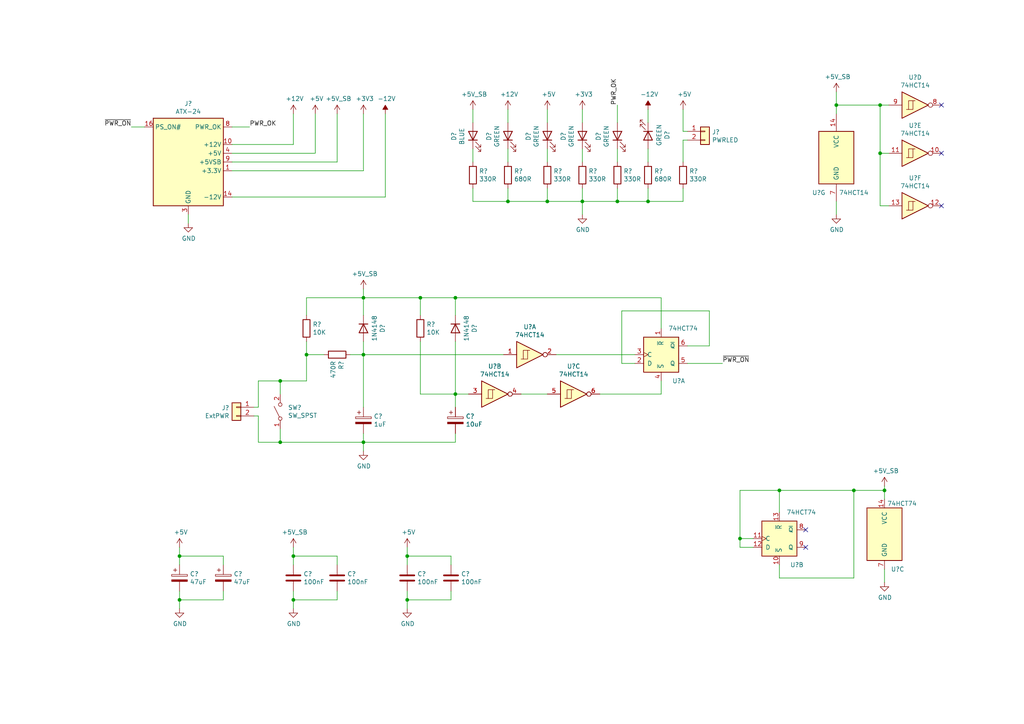
<source format=kicad_sch>
(kicad_sch (version 20211123) (generator eeschema)
  (paper "A4")
  (lib_symbols
    (symbol "74xx:74LS14" (pin_names (offset 1.016))
      (property "Reference" "U" (at 0 1.27 0))
      (property "Value" "74LS14" (at 0 -1.27 0))
      (symbol "74LS14_1_0"
        (polyline (pts (xy -3.81 3.81) (xy -3.81 -3.81) (xy 3.81 0) (xy -3.81 3.81)) (stroke (width 0.254)) (fill (type background)))
        (pin input line (at -7.62 0 0) (length 3.81) (name "~") (number "1"))
        (pin output inverted (at 7.62 0 180) (length 3.81) (name "~") (number "2"))
      )
      (symbol "74LS14_1_1"
        (polyline (pts (xy -1.905 -1.27) (xy -1.905 1.27) (xy -0.635 1.27)))
        (polyline (pts (xy -2.54 -1.27) (xy -0.635 -1.27) (xy -0.635 1.27) (xy 0 1.27)))
      )
      (symbol "74LS14_2_0"
        (polyline (pts (xy -3.81 3.81) (xy -3.81 -3.81) (xy 3.81 0) (xy -3.81 3.81)) (stroke (width 0.254)) (fill (type background)))
        (pin input line (at -7.62 0 0) (length 3.81) (name "~") (number "3"))
        (pin output inverted (at 7.62 0 180) (length 3.81) (name "~") (number "4"))
      )
      (symbol "74LS14_2_1"
        (polyline (pts (xy -1.905 -1.27) (xy -1.905 1.27) (xy -0.635 1.27)))
        (polyline (pts (xy -2.54 -1.27) (xy -0.635 -1.27) (xy -0.635 1.27) (xy 0 1.27)))
      )
      (symbol "74LS14_3_0"
        (polyline (pts (xy -3.81 3.81) (xy -3.81 -3.81) (xy 3.81 0) (xy -3.81 3.81)) (stroke (width 0.254)) (fill (type background)))
        (pin input line (at -7.62 0 0) (length 3.81) (name "~") (number "5"))
        (pin output inverted (at 7.62 0 180) (length 3.81) (name "~") (number "6"))
      )
      (symbol "74LS14_3_1"
        (polyline (pts (xy -1.905 -1.27) (xy -1.905 1.27) (xy -0.635 1.27)))
        (polyline (pts (xy -2.54 -1.27) (xy -0.635 -1.27) (xy -0.635 1.27) (xy 0 1.27)))
      )
      (symbol "74LS14_4_0"
        (polyline (pts (xy -3.81 3.81) (xy -3.81 -3.81) (xy 3.81 0) (xy -3.81 3.81)) (stroke (width 0.254)) (fill (type background)))
        (pin output inverted (at 7.62 0 180) (length 3.81) (name "~") (number "8"))
        (pin input line (at -7.62 0 0) (length 3.81) (name "~") (number "9"))
      )
      (symbol "74LS14_4_1"
        (polyline (pts (xy -1.905 -1.27) (xy -1.905 1.27) (xy -0.635 1.27)))
        (polyline (pts (xy -2.54 -1.27) (xy -0.635 -1.27) (xy -0.635 1.27) (xy 0 1.27)))
      )
      (symbol "74LS14_5_0"
        (polyline (pts (xy -3.81 3.81) (xy -3.81 -3.81) (xy 3.81 0) (xy -3.81 3.81)) (stroke (width 0.254)) (fill (type background)))
        (pin output inverted (at 7.62 0 180) (length 3.81) (name "~") (number "10"))
        (pin input line (at -7.62 0 0) (length 3.81) (name "~") (number "11"))
      )
      (symbol "74LS14_5_1"
        (polyline (pts (xy -1.905 -1.27) (xy -1.905 1.27) (xy -0.635 1.27)))
        (polyline (pts (xy -2.54 -1.27) (xy -0.635 -1.27) (xy -0.635 1.27) (xy 0 1.27)))
      )
      (symbol "74LS14_6_0"
        (polyline (pts (xy -3.81 3.81) (xy -3.81 -3.81) (xy 3.81 0) (xy -3.81 3.81)) (stroke (width 0.254)) (fill (type background)))
        (pin output inverted (at 7.62 0 180) (length 3.81) (name "~") (number "12"))
        (pin input line (at -7.62 0 0) (length 3.81) (name "~") (number "13"))
      )
      (symbol "74LS14_6_1"
        (polyline (pts (xy -1.905 -1.27) (xy -1.905 1.27) (xy -0.635 1.27)))
        (polyline (pts (xy -2.54 -1.27) (xy -0.635 -1.27) (xy -0.635 1.27) (xy 0 1.27)))
      )
      (symbol "74LS14_7_0"
        (pin power_in line (at 0 12.7 270) (length 5.08) (name "VCC") (number "14"))
        (pin power_in line (at 0 -12.7 90) (length 5.08) (name "GND") (number "7"))
      )
      (symbol "74LS14_7_1"
        (rectangle (start -5.08 7.62) (end 5.08 -7.62) (stroke (width 0.254)) (fill (type background)))
      )
    )
    (symbol "74xx:74LS74" (pin_names (offset 1.016))
      (property "Reference" "U" (at -7.62 8.89 0))
      (property "Value" "74LS74" (at -7.62 -8.89 0))
      (symbol "74LS74_1_0"
        (pin input line (at 0 -7.62 90) (length 2.54) (name "~{R}") (number "1"))
        (pin input line (at -7.62 2.54 0) (length 2.54) (name "D") (number "2"))
        (pin input clock (at -7.62 0 0) (length 2.54) (name "C") (number "3"))
        (pin input line (at 0 7.62 270) (length 2.54) (name "~{S}") (number "4"))
        (pin output line (at 7.62 2.54 180) (length 2.54) (name "Q") (number "5"))
        (pin output line (at 7.62 -2.54 180) (length 2.54) (name "~{Q}") (number "6"))
      )
      (symbol "74LS74_1_1"
        (rectangle (start -5.08 5.08) (end 5.08 -5.08) (stroke (width 0.254)) (fill (type background)))
      )
      (symbol "74LS74_2_0"
        (pin input line (at 0 7.62 270) (length 2.54) (name "~{S}") (number "10"))
        (pin input clock (at -7.62 0 0) (length 2.54) (name "C") (number "11"))
        (pin input line (at -7.62 2.54 0) (length 2.54) (name "D") (number "12"))
        (pin input line (at 0 -7.62 90) (length 2.54) (name "~{R}") (number "13"))
        (pin output line (at 7.62 -2.54 180) (length 2.54) (name "~{Q}") (number "8"))
        (pin output line (at 7.62 2.54 180) (length 2.54) (name "Q") (number "9"))
      )
      (symbol "74LS74_2_1"
        (rectangle (start -5.08 5.08) (end 5.08 -5.08) (stroke (width 0.254)) (fill (type background)))
      )
      (symbol "74LS74_3_0"
        (pin power_in line (at 0 10.16 270) (length 2.54) (name "VCC") (number "14"))
        (pin power_in line (at 0 -10.16 90) (length 2.54) (name "GND") (number "7"))
      )
      (symbol "74LS74_3_1"
        (rectangle (start -5.08 7.62) (end 5.08 -7.62) (stroke (width 0.254)) (fill (type background)))
      )
    )
    (symbol "Connector_Generic:Conn_01x02" (pin_names (offset 1.016) hide)
      (property "Reference" "J" (at 0 2.54 0))
      (property "Value" "Conn_01x02" (at 0 -5.08 0))
      (symbol "Conn_01x02_1_1"
        (rectangle (start -1.27 -2.413) (end 0 -2.667) (stroke (width 0.1524)))
        (rectangle (start -1.27 0.127) (end 0 -0.127) (stroke (width 0.1524)))
        (rectangle (start -1.27 1.27) (end 1.27 -3.81) (stroke (width 0.254)) (fill (type background)))
        (pin passive line (at -5.08 0 0) (length 3.81) (name "Pin_1") (number "1"))
        (pin passive line (at -5.08 -2.54 0) (length 3.81) (name "Pin_2") (number "2"))
      )
    )
    (symbol "Ddraig:+5V_SB" (power) (pin_names (offset 0))
      (property "Value" "+5V_SB" (at 0 3.556 0))
      (symbol "+5V_SB_0_1"
        (polyline (pts (xy -0.762 1.27) (xy 0 2.54)))
        (polyline (pts (xy 0 0) (xy 0 2.54)))
        (polyline (pts (xy 0 2.54) (xy 0.762 1.27)))
      )
      (symbol "+5V_SB_1_1"
        (pin power_in line (at 0 0 90) (length 0) hide (name "+5V_SB") (number "1"))
      )
    )
    (symbol "Ddraig:ATX-24"
      (property "Reference" "J" (at -8.89 13.97 0))
      (property "Value" "ATX-24" (at 6.35 13.97 0))
      (symbol "ATX-24_0_1"
        (rectangle (start -10.16 12.7) (end 10.16 -12.7) (stroke (width 0.254)) (fill (type background)))
      )
      (symbol "ATX-24_1_1"
        (pin power_out line (at 12.7 -2.54 180) (length 2.54) (name "+3.3V") (number "1"))
        (pin power_out line (at 12.7 5.08 180) (length 2.54) (name "+12V") (number "10"))
        (pin passive line (at 12.7 5.08 180) (length 2.54) hide (name "+12V") (number "11"))
        (pin passive line (at 12.7 -2.54 180) (length 2.54) hide (name "+3.3V") (number "12"))
        (pin passive line (at 12.7 -2.54 180) (length 2.54) hide (name "+3.3V") (number "13"))
        (pin power_out line (at 12.7 -10.16 180) (length 2.54) (name "-12V") (number "14"))
        (pin passive line (at 0 -15.24 90) (length 2.54) hide (name "GND") (number "15"))
        (pin input line (at -12.7 10.16 0) (length 2.54) (name "PS_ON#") (number "16"))
        (pin passive line (at 0 -15.24 90) (length 2.54) hide (name "GND") (number "17"))
        (pin passive line (at 0 -15.24 90) (length 2.54) hide (name "GND") (number "18"))
        (pin passive line (at 0 -15.24 90) (length 2.54) hide (name "GND") (number "19"))
        (pin passive line (at 12.7 -2.54 180) (length 2.54) hide (name "+3.3V") (number "2"))
        (pin no_connect line (at -10.16 0 0) (length 2.54) hide (name "NC") (number "20"))
        (pin passive line (at 12.7 2.54 180) (length 2.54) hide (name "+5V") (number "21"))
        (pin passive line (at 12.7 2.54 180) (length 2.54) hide (name "+5V") (number "22"))
        (pin passive line (at 12.7 2.54 180) (length 2.54) hide (name "+5V") (number "23"))
        (pin passive line (at 0 -15.24 90) (length 2.54) hide (name "GND") (number "24"))
        (pin power_out line (at 0 -15.24 90) (length 2.54) (name "GND") (number "3"))
        (pin power_out line (at 12.7 2.54 180) (length 2.54) (name "+5V") (number "4"))
        (pin passive line (at 0 -15.24 90) (length 2.54) hide (name "GND") (number "5"))
        (pin passive line (at 12.7 2.54 180) (length 2.54) hide (name "+5V") (number "6"))
        (pin passive line (at 0 -15.24 90) (length 2.54) hide (name "GND") (number "7"))
        (pin output line (at 12.7 10.16 180) (length 2.54) (name "PWR_OK") (number "8"))
        (pin power_out line (at 12.7 0 180) (length 2.54) (name "+5VSB") (number "9"))
      )
    )
    (symbol "Device:C" (pin_numbers hide) (pin_names (offset 0.254))
      (property "Reference" "C" (at 0.635 2.54 0))
      (property "Value" "C" (at 0.635 -2.54 0))
      (symbol "C_0_1"
        (polyline (pts (xy -2.032 -0.762) (xy 2.032 -0.762)) (stroke (width 0.508)))
        (polyline (pts (xy -2.032 0.762) (xy 2.032 0.762)) (stroke (width 0.508)))
      )
      (symbol "C_1_1"
        (pin passive line (at 0 3.81 270) (length 2.794) (name "~") (number "1"))
        (pin passive line (at 0 -3.81 90) (length 2.794) (name "~") (number "2"))
      )
    )
    (symbol "Device:CP" (pin_numbers hide) (pin_names (offset 0.254))
      (property "Reference" "C" (at 0.635 2.54 0))
      (property "Value" "Device_CP" (at 0.635 -2.54 0))
      (symbol "CP_0_1"
        (rectangle (start -2.286 0.508) (end 2.286 1.016))
        (polyline (pts (xy -1.778 2.286) (xy -0.762 2.286)))
        (polyline (pts (xy -1.27 2.794) (xy -1.27 1.778)))
        (rectangle (start 2.286 -0.508) (end -2.286 -1.016) (fill (type outline)))
      )
      (symbol "CP_1_1"
        (pin passive line (at 0 3.81 270) (length 2.794) (name "~") (number "1"))
        (pin passive line (at 0 -3.81 90) (length 2.794) (name "~") (number "2"))
      )
    )
    (symbol "Device:LED" (pin_numbers hide) (pin_names (offset 1.016) hide)
      (property "Reference" "D" (at 0 2.54 0))
      (property "Value" "LED" (at 0 -2.54 0))
      (symbol "LED_0_1"
        (polyline (pts (xy -1.27 -1.27) (xy -1.27 1.27)) (stroke (width 0.254)))
        (polyline (pts (xy -1.27 0) (xy 1.27 0)))
        (polyline (pts (xy 1.27 -1.27) (xy 1.27 1.27) (xy -1.27 0) (xy 1.27 -1.27)) (stroke (width 0.254)))
        (polyline (pts (xy -3.048 -0.762) (xy -4.572 -2.286) (xy -3.81 -2.286) (xy -4.572 -2.286) (xy -4.572 -1.524)))
        (polyline (pts (xy -1.778 -0.762) (xy -3.302 -2.286) (xy -2.54 -2.286) (xy -3.302 -2.286) (xy -3.302 -1.524)))
      )
      (symbol "LED_1_1"
        (pin passive line (at -3.81 0 0) (length 2.54) (name "K") (number "1"))
        (pin passive line (at 3.81 0 180) (length 2.54) (name "A") (number "2"))
      )
    )
    (symbol "Device:R" (pin_numbers hide) (pin_names (offset 0))
      (property "Reference" "R" (at 2.032 0 90))
      (property "Value" "R" (at 0 0 90))
      (symbol "R_0_1"
        (rectangle (start -1.016 -2.54) (end 1.016 2.54) (stroke (width 0.254)))
      )
      (symbol "R_1_1"
        (pin passive line (at 0 3.81 270) (length 1.27) (name "~") (number "1"))
        (pin passive line (at 0 -3.81 90) (length 1.27) (name "~") (number "2"))
      )
    )
    (symbol "Diode:1N4148" (pin_numbers hide) (pin_names (offset 1.016) hide)
      (property "Reference" "D" (at 0 2.54 0))
      (property "Value" "1N4148" (at 0 -2.54 0))
      (symbol "1N4148_0_1"
        (polyline (pts (xy -1.27 1.27) (xy -1.27 -1.27)) (stroke (width 0.254)))
        (polyline (pts (xy 1.27 0) (xy -1.27 0)))
        (polyline (pts (xy 1.27 1.27) (xy 1.27 -1.27) (xy -1.27 0) (xy 1.27 1.27)) (stroke (width 0.254)))
      )
      (symbol "1N4148_1_1"
        (pin passive line (at -3.81 0 0) (length 2.54) (name "K") (number "1"))
        (pin passive line (at 3.81 0 180) (length 2.54) (name "A") (number "2"))
      )
    )
    (symbol "Switch:SW_SPST" (pin_names (offset 0) hide)
      (property "Reference" "SW" (at 0 3.175 0))
      (property "Value" "SW_SPST" (at 0 -2.54 0))
      (symbol "SW_SPST_0_0"
        (circle (center -2.032 0) (radius 0.508))
        (polyline (pts (xy -1.524 0.254) (xy 1.524 1.778)))
        (circle (center 2.032 0) (radius 0.508))
      )
      (symbol "SW_SPST_1_1"
        (pin passive line (at -5.08 0 0) (length 2.54) (name "A") (number "1"))
        (pin passive line (at 5.08 0 180) (length 2.54) (name "B") (number "2"))
      )
    )
    (symbol "power:+12V" (power) (pin_names (offset 0))
      (property "Value" "+12V" (at 0 3.556 0))
      (symbol "+12V_0_1"
        (polyline (pts (xy -0.762 1.27) (xy 0 2.54)))
        (polyline (pts (xy 0 0) (xy 0 2.54)))
        (polyline (pts (xy 0 2.54) (xy 0.762 1.27)))
      )
      (symbol "+12V_1_1"
        (pin power_in line (at 0 0 90) (length 0) hide (name "+12V") (number "1"))
      )
    )
    (symbol "power:+3.3V" (power) (pin_names (offset 0))
      (property "Value" "+3.3V" (at 0 3.556 0))
      (symbol "+3.3V_0_1"
        (polyline (pts (xy -0.762 1.27) (xy 0 2.54)))
        (polyline (pts (xy 0 0) (xy 0 2.54)))
        (polyline (pts (xy 0 2.54) (xy 0.762 1.27)))
      )
      (symbol "+3.3V_1_1"
        (pin power_in line (at 0 0 90) (length 0) hide (name "+3V3") (number "1"))
      )
    )
    (symbol "power:+5V" (power) (pin_names (offset 0))
      (property "Value" "+5V" (at 0 3.556 0))
      (symbol "+5V_0_1"
        (polyline (pts (xy -0.762 1.27) (xy 0 2.54)))
        (polyline (pts (xy 0 0) (xy 0 2.54)))
        (polyline (pts (xy 0 2.54) (xy 0.762 1.27)))
      )
      (symbol "+5V_1_1"
        (pin power_in line (at 0 0 90) (length 0) hide (name "+5V") (number "1"))
      )
    )
    (symbol "power:-12V" (power) (pin_names (offset 0))
      (property "Value" "-12V" (at 0 3.81 0))
      (symbol "-12V_0_0"
        (pin power_in line (at 0 0 90) (length 0) hide (name "-12V") (number "1"))
      )
      (symbol "-12V_0_1"
        (polyline (pts (xy 0 0) (xy 0 1.27) (xy 0.762 1.27) (xy 0 2.54) (xy -0.762 1.27) (xy 0 1.27)) (fill (type outline)))
      )
    )
    (symbol "power:GND" (power) (pin_names (offset 0))
      (property "Value" "GND" (at 0 -3.81 0))
      (symbol "GND_0_1"
        (polyline (pts (xy 0 0) (xy 0 -1.27) (xy 1.27 -1.27) (xy 0 -2.54) (xy -1.27 -1.27) (xy 0 -1.27)))
      )
      (symbol "GND_1_1"
        (pin power_in line (at 0 0 270) (length 0) hide (name "GND") (number "1"))
      )
    )
  )
  (junction (at 168.91 58.42))
  (junction (at 105.41 128.27))
  (junction (at 255.27 30.48))
  (junction (at 118.11 161.29))
  (junction (at 52.07 161.29))
  (junction (at 52.07 173.99))
  (junction (at 242.57 30.48))
  (junction (at 132.08 114.3))
  (junction (at 179.07 58.42))
  (junction (at 214.63 156.21))
  (junction (at 147.32 58.42))
  (junction (at 88.9 102.87))
  (junction (at 118.11 173.99))
  (junction (at 256.54 142.24))
  (junction (at 247.65 142.24))
  (junction (at 81.28 110.49))
  (junction (at 158.75 58.42))
  (junction (at 226.06 142.24))
  (junction (at 85.09 173.99))
  (junction (at 187.96 58.42))
  (junction (at 132.08 86.36))
  (junction (at 105.41 86.36))
  (junction (at 255.27 44.45))
  (junction (at 85.09 161.29))
  (junction (at 121.92 86.36))
  (junction (at 81.28 128.27))
  (junction (at 105.41 102.87))
  (no_connect (at 233.68 153.67))
  (no_connect (at 273.05 59.69))
  (no_connect (at 273.05 30.48))
  (no_connect (at 233.68 158.75))
  (no_connect (at 273.05 44.45))
  (wire (pts (xy 88.9 102.87) (xy 88.9 110.49)))
  (wire (pts (xy 168.91 46.99) (xy 168.91 43.18)))
  (wire (pts (xy 132.08 114.3) (xy 132.08 118.11)))
  (wire (pts (xy 97.79 46.99) (xy 97.79 33.02)))
  (wire (pts (xy 199.39 105.41) (xy 209.55 105.41)))
  (wire (pts (xy 205.74 100.33) (xy 205.74 90.17)))
  (wire (pts (xy 74.93 120.65) (xy 74.93 128.27)))
  (wire (pts (xy 242.57 33.02) (xy 242.57 30.48)))
  (wire (pts (xy 52.07 161.29) (xy 52.07 158.75)))
  (wire (pts (xy 179.07 43.18) (xy 179.07 46.99)))
  (wire (pts (xy 88.9 86.36) (xy 88.9 91.44)))
  (wire (pts (xy 105.41 128.27) (xy 132.08 128.27)))
  (wire (pts (xy 67.31 36.83) (xy 72.39 36.83)))
  (wire (pts (xy 168.91 62.23) (xy 168.91 58.42)))
  (wire (pts (xy 147.32 58.42) (xy 158.75 58.42)))
  (wire (pts (xy 158.75 54.61) (xy 158.75 58.42)))
  (wire (pts (xy 198.12 58.42) (xy 198.12 54.61)))
  (wire (pts (xy 168.91 58.42) (xy 179.07 58.42)))
  (wire (pts (xy 85.09 173.99) (xy 85.09 171.45)))
  (wire (pts (xy 199.39 40.64) (xy 198.12 40.64)))
  (wire (pts (xy 179.07 58.42) (xy 187.96 58.42)))
  (wire (pts (xy 118.11 163.83) (xy 118.11 161.29)))
  (wire (pts (xy 256.54 140.97) (xy 256.54 142.24)))
  (wire (pts (xy 147.32 43.18) (xy 147.32 46.99)))
  (wire (pts (xy 118.11 161.29) (xy 118.11 158.75)))
  (wire (pts (xy 214.63 158.75) (xy 218.44 158.75)))
  (wire (pts (xy 74.93 128.27) (xy 81.28 128.27)))
  (wire (pts (xy 118.11 173.99) (xy 130.81 173.99)))
  (wire (pts (xy 54.61 64.77) (xy 54.61 62.23)))
  (wire (pts (xy 121.92 114.3) (xy 121.92 99.06)))
  (wire (pts (xy 199.39 38.1) (xy 198.12 38.1)))
  (wire (pts (xy 135.89 114.3) (xy 132.08 114.3)))
  (wire (pts (xy 52.07 161.29) (xy 64.77 161.29)))
  (wire (pts (xy 179.07 54.61) (xy 179.07 58.42)))
  (wire (pts (xy 67.31 46.99) (xy 97.79 46.99)))
  (wire (pts (xy 226.06 167.64) (xy 247.65 167.64)))
  (wire (pts (xy 151.13 114.3) (xy 158.75 114.3)))
  (wire (pts (xy 198.12 38.1) (xy 198.12 31.75)))
  (wire (pts (xy 137.16 31.75) (xy 137.16 35.56)))
  (wire (pts (xy 97.79 173.99) (xy 97.79 171.45)))
  (wire (pts (xy 105.41 102.87) (xy 105.41 118.11)))
  (wire (pts (xy 118.11 176.53) (xy 118.11 173.99)))
  (wire (pts (xy 105.41 86.36) (xy 88.9 86.36)))
  (wire (pts (xy 74.93 118.11) (xy 74.93 110.49)))
  (wire (pts (xy 73.66 118.11) (xy 74.93 118.11)))
  (wire (pts (xy 85.09 163.83) (xy 85.09 161.29)))
  (wire (pts (xy 205.74 90.17) (xy 180.34 90.17)))
  (wire (pts (xy 81.28 124.46) (xy 81.28 128.27)))
  (wire (pts (xy 255.27 30.48) (xy 255.27 44.45)))
  (wire (pts (xy 256.54 142.24) (xy 256.54 144.78)))
  (wire (pts (xy 85.09 161.29) (xy 97.79 161.29)))
  (wire (pts (xy 256.54 165.1) (xy 256.54 168.91)))
  (wire (pts (xy 168.91 54.61) (xy 168.91 58.42)))
  (wire (pts (xy 214.63 156.21) (xy 214.63 158.75)))
  (wire (pts (xy 180.34 90.17) (xy 180.34 105.41)))
  (wire (pts (xy 91.44 44.45) (xy 91.44 33.02)))
  (wire (pts (xy 52.07 173.99) (xy 64.77 173.99)))
  (wire (pts (xy 158.75 31.75) (xy 158.75 35.56)))
  (wire (pts (xy 180.34 105.41) (xy 184.15 105.41)))
  (wire (pts (xy 242.57 62.23) (xy 242.57 58.42)))
  (wire (pts (xy 137.16 54.61) (xy 137.16 58.42)))
  (wire (pts (xy 97.79 161.29) (xy 97.79 163.83)))
  (wire (pts (xy 179.07 35.56) (xy 179.07 30.48)))
  (wire (pts (xy 73.66 120.65) (xy 74.93 120.65)))
  (wire (pts (xy 105.41 86.36) (xy 105.41 91.44)))
  (wire (pts (xy 247.65 167.64) (xy 247.65 142.24)))
  (wire (pts (xy 118.11 161.29) (xy 130.81 161.29)))
  (wire (pts (xy 105.41 125.73) (xy 105.41 128.27)))
  (wire (pts (xy 187.96 46.99) (xy 187.96 43.18)))
  (wire (pts (xy 147.32 35.56) (xy 147.32 31.75)))
  (wire (pts (xy 52.07 163.83) (xy 52.07 161.29)))
  (wire (pts (xy 132.08 86.36) (xy 191.77 86.36)))
  (wire (pts (xy 121.92 91.44) (xy 121.92 86.36)))
  (wire (pts (xy 85.09 176.53) (xy 85.09 173.99)))
  (wire (pts (xy 187.96 58.42) (xy 198.12 58.42)))
  (wire (pts (xy 214.63 142.24) (xy 214.63 156.21)))
  (wire (pts (xy 118.11 173.99) (xy 118.11 171.45)))
  (wire (pts (xy 137.16 58.42) (xy 147.32 58.42)))
  (wire (pts (xy 255.27 30.48) (xy 257.81 30.48)))
  (wire (pts (xy 81.28 128.27) (xy 105.41 128.27)))
  (wire (pts (xy 67.31 44.45) (xy 91.44 44.45)))
  (wire (pts (xy 214.63 156.21) (xy 218.44 156.21)))
  (wire (pts (xy 137.16 43.18) (xy 137.16 46.99)))
  (wire (pts (xy 255.27 59.69) (xy 257.81 59.69)))
  (wire (pts (xy 52.07 173.99) (xy 52.07 171.45)))
  (wire (pts (xy 198.12 40.64) (xy 198.12 46.99)))
  (wire (pts (xy 52.07 176.53) (xy 52.07 173.99)))
  (wire (pts (xy 93.98 102.87) (xy 88.9 102.87)))
  (wire (pts (xy 199.39 100.33) (xy 205.74 100.33)))
  (wire (pts (xy 81.28 114.3) (xy 81.28 110.49)))
  (wire (pts (xy 130.81 173.99) (xy 130.81 171.45)))
  (wire (pts (xy 242.57 30.48) (xy 242.57 26.67)))
  (wire (pts (xy 121.92 86.36) (xy 132.08 86.36)))
  (wire (pts (xy 187.96 54.61) (xy 187.96 58.42)))
  (wire (pts (xy 191.77 86.36) (xy 191.77 95.25)))
  (wire (pts (xy 255.27 44.45) (xy 257.81 44.45)))
  (wire (pts (xy 105.41 102.87) (xy 146.05 102.87)))
  (wire (pts (xy 226.06 142.24) (xy 214.63 142.24)))
  (wire (pts (xy 67.31 49.53) (xy 105.41 49.53)))
  (wire (pts (xy 105.41 86.36) (xy 121.92 86.36)))
  (wire (pts (xy 132.08 91.44) (xy 132.08 86.36)))
  (wire (pts (xy 41.91 36.83) (xy 38.1 36.83)))
  (wire (pts (xy 74.93 110.49) (xy 81.28 110.49)))
  (wire (pts (xy 111.76 57.15) (xy 111.76 33.02)))
  (wire (pts (xy 132.08 114.3) (xy 132.08 99.06)))
  (wire (pts (xy 158.75 58.42) (xy 168.91 58.42)))
  (wire (pts (xy 88.9 110.49) (xy 81.28 110.49)))
  (wire (pts (xy 64.77 161.29) (xy 64.77 163.83)))
  (wire (pts (xy 147.32 54.61) (xy 147.32 58.42)))
  (wire (pts (xy 158.75 43.18) (xy 158.75 46.99)))
  (wire (pts (xy 191.77 114.3) (xy 191.77 110.49)))
  (wire (pts (xy 85.09 173.99) (xy 97.79 173.99)))
  (wire (pts (xy 173.99 114.3) (xy 191.77 114.3)))
  (wire (pts (xy 130.81 161.29) (xy 130.81 163.83)))
  (wire (pts (xy 101.6 102.87) (xy 105.41 102.87)))
  (wire (pts (xy 132.08 128.27) (xy 132.08 125.73)))
  (wire (pts (xy 226.06 163.83) (xy 226.06 167.64)))
  (wire (pts (xy 132.08 114.3) (xy 121.92 114.3)))
  (wire (pts (xy 85.09 41.91) (xy 85.09 33.02)))
  (wire (pts (xy 88.9 99.06) (xy 88.9 102.87)))
  (wire (pts (xy 247.65 142.24) (xy 226.06 142.24)))
  (wire (pts (xy 161.29 102.87) (xy 184.15 102.87)))
  (wire (pts (xy 242.57 30.48) (xy 255.27 30.48)))
  (wire (pts (xy 187.96 35.56) (xy 187.96 31.75)))
  (wire (pts (xy 67.31 41.91) (xy 85.09 41.91)))
  (wire (pts (xy 226.06 142.24) (xy 226.06 148.59)))
  (wire (pts (xy 247.65 142.24) (xy 256.54 142.24)))
  (wire (pts (xy 105.41 49.53) (xy 105.41 33.02)))
  (wire (pts (xy 85.09 161.29) (xy 85.09 158.75)))
  (wire (pts (xy 105.41 99.06) (xy 105.41 102.87)))
  (wire (pts (xy 64.77 173.99) (xy 64.77 171.45)))
  (wire (pts (xy 105.41 83.82) (xy 105.41 86.36)))
  (wire (pts (xy 67.31 57.15) (xy 111.76 57.15)))
  (wire (pts (xy 105.41 128.27) (xy 105.41 130.81)))
  (wire (pts (xy 168.91 35.56) (xy 168.91 31.75)))
  (wire (pts (xy 255.27 44.45) (xy 255.27 59.69)))
  (label "~{PWR_ON}" (at 209.55 105.41 0))
  (label "PWR_OK" (at 72.39 36.83 0))
  (label "PWR_OK" (at 179.07 30.48 90))
  (label "~{PWR_ON}" (at 38.1 36.83 180))
  (symbol (lib_id "Ddraig:ATX-24") (at 54.61 46.99 0) (unit 1)
    (property "Reference" "J?" (at 54.61 30.0482 0))
    (property "Value" "ATX-24" (at 54.61 32.3596 0))
    (property "Footprint" "Ddraig:1-1775099-3" (effects hide))
    (property "Datasheet" "https://www.intel.com/content/dam/www/public/us/en/documents/guides/power-supply-design-guide-june.pdf#page=33" (effects hide))
  )
  (symbol (lib_id "Device:R") (at 121.92 95.25 0) (unit 1)
    (property "Reference" "R?" (at 123.698 94.0816 0) (effects (justify left)))
    (property "Value" "10K" (at 123.698 96.393 0) (effects (justify left)))
    (property "Footprint" "Resistor_THT:R_Axial_DIN0207_L6.3mm_D2.5mm_P10.16mm_Horizontal" (effects hide))
  )
  (symbol (lib_id "74xx:74LS14") (at 153.67 102.87 0) (unit 1)
    (property "Reference" "U?" (at 153.67 94.8182 0))
    (property "Value" "74HCT14" (at 153.67 97.1296 0))
    (property "Footprint" "Package_DIP:DIP-14_W7.62mm_Socket" (effects hide))
    (property "Datasheet" "74xx/74hc_hct74.pdf" (effects hide))
  )
  (symbol (lib_id "74xx:74LS74") (at 191.77 102.87 0) (mirror x) (unit 1)
    (property "Reference" "U?" (at 196.85 110.49 0))
    (property "Value" "74HCT74" (at 198.12 95.25 0))
    (property "Footprint" "Package_DIP:DIP-14_W7.62mm_Socket" (effects hide))
    (property "Datasheet" "74xx/74hc_hct74.pdf" (effects hide))
  )
  (symbol (lib_id "Device:CP") (at 132.08 121.92 0) (unit 1)
    (property "Reference" "C?" (at 135.0772 120.7516 0) (effects (justify left)))
    (property "Value" "10uF" (at 135.0772 123.063 0) (effects (justify left)))
    (property "Footprint" "Capacitor_THT:CP_Radial_D5.0mm_P2.50mm" (effects hide))
  )
  (symbol (lib_id "Diode:1N4148") (at 132.08 95.25 270) (unit 1)
    (property "Reference" "D?" (at 137.5918 95.25 0))
    (property "Value" "1N4148" (at 135.2804 95.25 0))
    (property "Footprint" "Diode_THT:D_DO-35_SOD27_P7.62mm_Horizontal" (effects hide))
    (property "Datasheet" "https://assets.nexperia.com/documents/data-sheet/1N4148_1N4448.pdf" (effects hide))
  )
  (symbol (lib_id "Device:LED") (at 187.96 39.37 270) (unit 1)
    (property "Reference" "D?" (at 193.4718 39.1922 0))
    (property "Value" "GREEN" (at 191.1604 39.1922 0))
    (property "Footprint" "LED_THT:LED_D5.0mm" (effects hide))
  )
  (symbol (lib_id "Connector_Generic:Conn_01x02") (at 68.58 118.11 0) (mirror y) (unit 1)
    (property "Reference" "J?" (at 66.548 118.3132 0) (effects (justify left)))
    (property "Value" "ExtPWR" (at 66.548 120.6246 0) (effects (justify left)))
    (property "Footprint" "Connector_PinHeader_2.54mm:PinHeader_1x02_P2.54mm_Vertical" (effects hide))
  )
  (symbol (lib_id "power:GND") (at 54.61 64.77 0) (unit 1)
    (property "Reference" "#PWR?" (effects hide))
    (property "Value" "GND" (at 54.737 69.1642 0))
  )
  (symbol (lib_id "power:+3.3V") (at 105.41 33.02 0) (unit 1)
    (property "Reference" "#PWR?" (effects hide))
    (property "Value" "+3.3V" (at 105.791 28.6258 0))
  )
  (symbol (lib_id "power:+12V") (at 85.09 33.02 0) (unit 1)
    (property "Reference" "#PWR?" (effects hide))
    (property "Value" "+12V" (at 85.471 28.6258 0))
  )
  (symbol (lib_id "power:-12V") (at 111.76 33.02 0) (unit 1)
    (property "Reference" "#PWR?" (effects hide))
    (property "Value" "-12V" (at 112.141 28.6258 0))
  )
  (symbol (lib_id "74xx:74LS14") (at 166.37 114.3 0) (unit 3)
    (property "Reference" "U?" (at 166.37 106.2482 0))
    (property "Value" "74HCT14" (at 166.37 108.5596 0))
    (property "Footprint" "Package_DIP:DIP-14_W7.62mm_Socket" (effects hide))
    (property "Datasheet" "74xx/74hc_hct74.pdf" (effects hide))
  )
  (symbol (lib_id "74xx:74LS14") (at 143.51 114.3 0) (unit 2)
    (property "Reference" "U?" (at 143.51 106.2482 0))
    (property "Value" "74HCT14" (at 143.51 108.5596 0))
    (property "Footprint" "Package_DIP:DIP-14_W7.62mm_Socket" (effects hide))
    (property "Datasheet" "74xx/74hc_hct74.pdf" (effects hide))
  )
  (symbol (lib_id "Device:C") (at 85.09 167.64 0) (unit 1)
    (property "Reference" "C?" (at 88.011 166.4716 0) (effects (justify left)))
    (property "Value" "100nF" (at 88.011 168.783 0) (effects (justify left)))
    (property "Footprint" "Capacitor_THT:C_Disc_D3.8mm_W2.6mm_P2.50mm" (effects hide))
  )
  (symbol (lib_id "Ddraig:+5V_SB") (at 105.41 83.82 0) (unit 1)
    (property "Reference" "#PWR?" (effects hide))
    (property "Value" "+5V_SB" (at 105.791 79.4258 0))
  )
  (symbol (lib_id "Device:CP") (at 105.41 121.92 0) (unit 1)
    (property "Reference" "C?" (at 108.4072 120.7516 0) (effects (justify left)))
    (property "Value" "1uF" (at 108.4072 123.063 0) (effects (justify left)))
    (property "Footprint" "Capacitor_THT:CP_Radial_D5.0mm_P2.50mm" (effects hide))
  )
  (symbol (lib_id "power:GND") (at 105.41 130.81 0) (unit 1)
    (property "Reference" "#PWR?" (effects hide))
    (property "Value" "GND" (at 105.537 135.2042 0))
  )
  (symbol (lib_id "Diode:1N4148") (at 105.41 95.25 270) (unit 1)
    (property "Reference" "D?" (at 110.9218 95.25 0))
    (property "Value" "1N4148" (at 108.6104 95.25 0))
    (property "Footprint" "Diode_THT:D_DO-35_SOD27_P7.62mm_Horizontal" (effects hide))
    (property "Datasheet" "https://assets.nexperia.com/documents/data-sheet/1N4148_1N4448.pdf" (effects hide))
  )
  (symbol (lib_id "Device:R") (at 88.9 95.25 0) (unit 1)
    (property "Reference" "R?" (at 90.678 94.0816 0) (effects (justify left)))
    (property "Value" "10K" (at 90.678 96.393 0) (effects (justify left)))
    (property "Footprint" "Resistor_THT:R_Axial_DIN0207_L6.3mm_D2.5mm_P10.16mm_Horizontal" (effects hide))
  )
  (symbol (lib_id "Device:R") (at 97.79 102.87 270) (unit 1)
    (property "Reference" "R?" (at 98.9584 104.648 0) (effects (justify left)))
    (property "Value" "470R" (at 96.647 104.648 0) (effects (justify left)))
    (property "Footprint" "Resistor_THT:R_Axial_DIN0207_L6.3mm_D2.5mm_P10.16mm_Horizontal" (effects hide))
  )
  (symbol (lib_id "Ddraig:+5V_SB") (at 85.09 158.75 0) (unit 1)
    (property "Reference" "#PWR?" (effects hide))
    (property "Value" "+5V_SB" (at 85.471 154.3558 0))
  )
  (symbol (lib_id "power:GND") (at 85.09 176.53 0) (unit 1)
    (property "Reference" "#PWR?" (effects hide))
    (property "Value" "GND" (at 85.217 180.9242 0))
  )
  (symbol (lib_id "Device:C") (at 97.79 167.64 0) (unit 1)
    (property "Reference" "C?" (at 100.711 166.4716 0) (effects (justify left)))
    (property "Value" "100nF" (at 100.711 168.783 0) (effects (justify left)))
    (property "Footprint" "Capacitor_THT:C_Disc_D3.8mm_W2.6mm_P2.50mm" (effects hide))
  )
  (symbol (lib_id "Connector_Generic:Conn_01x02") (at 204.47 38.1 0) (unit 1)
    (property "Reference" "J?" (at 206.502 38.3032 0) (effects (justify left)))
    (property "Value" "PWRLED" (at 206.502 40.6146 0) (effects (justify left)))
    (property "Footprint" "Connector_PinHeader_2.54mm:PinHeader_1x02_P2.54mm_Vertical" (effects hide))
  )
  (symbol (lib_id "Device:LED") (at 179.07 39.37 90) (unit 1)
    (property "Reference" "D?" (at 173.5582 39.5478 0))
    (property "Value" "GREEN" (at 175.8696 39.5478 0))
    (property "Footprint" "LED_THT:LED_D5.0mm" (effects hide))
  )
  (symbol (lib_id "Device:LED") (at 168.91 39.37 90) (unit 1)
    (property "Reference" "D?" (at 163.3982 39.5478 0))
    (property "Value" "GREEN" (at 165.7096 39.5478 0))
    (property "Footprint" "LED_THT:LED_D5.0mm" (effects hide))
  )
  (symbol (lib_id "Device:LED") (at 158.75 39.37 90) (unit 1)
    (property "Reference" "D?" (at 153.2382 39.5478 0))
    (property "Value" "GREEN" (at 155.5496 39.5478 0))
    (property "Footprint" "LED_THT:LED_D5.0mm" (effects hide))
  )
  (symbol (lib_id "Device:LED") (at 147.32 39.37 90) (unit 1)
    (property "Reference" "D?" (at 141.8082 39.5478 0))
    (property "Value" "GREEN" (at 144.1196 39.5478 0))
    (property "Footprint" "LED_THT:LED_D5.0mm" (effects hide))
  )
  (symbol (lib_id "Device:LED") (at 137.16 39.37 90) (unit 1)
    (property "Reference" "D?" (at 131.6482 39.5478 0))
    (property "Value" "BLUE" (at 133.9596 39.5478 0))
    (property "Footprint" "LED_THT:LED_D5.0mm" (effects hide))
  )
  (symbol (lib_id "Device:R") (at 198.12 50.8 0) (unit 1)
    (property "Reference" "R?" (at 199.898 49.6316 0) (effects (justify left)))
    (property "Value" "330R" (at 199.898 51.943 0) (effects (justify left)))
    (property "Footprint" "Resistor_THT:R_Axial_DIN0207_L6.3mm_D2.5mm_P10.16mm_Horizontal" (effects hide))
  )
  (symbol (lib_id "Device:R") (at 187.96 50.8 0) (unit 1)
    (property "Reference" "R?" (at 189.738 49.6316 0) (effects (justify left)))
    (property "Value" "680R" (at 189.738 51.943 0) (effects (justify left)))
    (property "Footprint" "Resistor_THT:R_Axial_DIN0207_L6.3mm_D2.5mm_P10.16mm_Horizontal" (effects hide))
  )
  (symbol (lib_id "Device:R") (at 179.07 50.8 0) (unit 1)
    (property "Reference" "R?" (at 180.848 49.6316 0) (effects (justify left)))
    (property "Value" "330R" (at 180.848 51.943 0) (effects (justify left)))
    (property "Footprint" "Resistor_THT:R_Axial_DIN0207_L6.3mm_D2.5mm_P10.16mm_Horizontal" (effects hide))
  )
  (symbol (lib_id "Device:R") (at 168.91 50.8 0) (unit 1)
    (property "Reference" "R?" (at 170.688 49.6316 0) (effects (justify left)))
    (property "Value" "330R" (at 170.688 51.943 0) (effects (justify left)))
    (property "Footprint" "Resistor_THT:R_Axial_DIN0207_L6.3mm_D2.5mm_P10.16mm_Horizontal" (effects hide))
  )
  (symbol (lib_id "Device:R") (at 158.75 50.8 0) (unit 1)
    (property "Reference" "R?" (at 160.528 49.6316 0) (effects (justify left)))
    (property "Value" "330R" (at 160.528 51.943 0) (effects (justify left)))
    (property "Footprint" "Resistor_THT:R_Axial_DIN0207_L6.3mm_D2.5mm_P10.16mm_Horizontal" (effects hide))
  )
  (symbol (lib_id "Device:R") (at 147.32 50.8 0) (unit 1)
    (property "Reference" "R?" (at 149.098 49.6316 0) (effects (justify left)))
    (property "Value" "680R" (at 149.098 51.943 0) (effects (justify left)))
    (property "Footprint" "Resistor_THT:R_Axial_DIN0207_L6.3mm_D2.5mm_P10.16mm_Horizontal" (effects hide))
  )
  (symbol (lib_id "Device:R") (at 137.16 50.8 0) (unit 1)
    (property "Reference" "R?" (at 138.938 49.6316 0) (effects (justify left)))
    (property "Value" "330R" (at 138.938 51.943 0) (effects (justify left)))
    (property "Footprint" "Resistor_THT:R_Axial_DIN0207_L6.3mm_D2.5mm_P10.16mm_Horizontal" (effects hide))
  )
  (symbol (lib_id "power:GND") (at 168.91 62.23 0) (unit 1)
    (property "Reference" "#PWR?" (effects hide))
    (property "Value" "GND" (at 169.037 66.6242 0))
  )
  (symbol (lib_id "power:-12V") (at 187.96 31.75 0) (unit 1)
    (property "Reference" "#PWR?" (effects hide))
    (property "Value" "-12V" (at 188.341 27.3558 0))
  )
  (symbol (lib_id "Ddraig:+5V_SB") (at 137.16 31.75 0) (unit 1)
    (property "Reference" "#PWR?" (effects hide))
    (property "Value" "+5V_SB" (at 137.541 27.3558 0))
  )
  (symbol (lib_id "power:+12V") (at 147.32 31.75 0) (unit 1)
    (property "Reference" "#PWR?" (effects hide))
    (property "Value" "+12V" (at 147.701 27.3558 0))
  )
  (symbol (lib_id "power:+5V") (at 158.75 31.75 0) (unit 1)
    (property "Reference" "#PWR?" (effects hide))
    (property "Value" "+5V" (at 159.131 27.3558 0))
  )
  (symbol (lib_id "power:+5V") (at 198.12 31.75 0) (unit 1)
    (property "Reference" "#PWR?" (effects hide))
    (property "Value" "+5V" (at 198.501 27.3558 0))
  )
  (symbol (lib_id "power:+3.3V") (at 168.91 31.75 0) (unit 1)
    (property "Reference" "#PWR?" (effects hide))
    (property "Value" "+3.3V" (at 169.291 27.3558 0))
  )
  (symbol (lib_id "74xx:74LS14") (at 265.43 44.45 0) (unit 5)
    (property "Reference" "U?" (at 265.43 36.3982 0))
    (property "Value" "74HCT14" (at 265.43 38.7096 0))
    (property "Footprint" "Package_DIP:DIP-14_W7.62mm_Socket" (effects hide))
    (property "Datasheet" "74xx/74hc_hct74.pdf" (effects hide))
  )
  (symbol (lib_id "74xx:74LS14") (at 265.43 59.69 0) (unit 6)
    (property "Reference" "U?" (at 265.43 51.6382 0))
    (property "Value" "74HCT14" (at 265.43 53.9496 0))
    (property "Footprint" "Package_DIP:DIP-14_W7.62mm_Socket" (effects hide))
    (property "Datasheet" "74xx/74hc_hct74.pdf" (effects hide))
  )
  (symbol (lib_id "74xx:74LS14") (at 265.43 30.48 0) (unit 4)
    (property "Reference" "U?" (at 265.43 22.4282 0))
    (property "Value" "74HCT14" (at 265.43 24.7396 0))
    (property "Footprint" "Package_DIP:DIP-14_W7.62mm_Socket" (effects hide))
    (property "Datasheet" "74xx/74hc_hct74.pdf" (effects hide))
  )
  (symbol (lib_id "74xx:74LS14") (at 242.57 45.72 0) (unit 7)
    (property "Reference" "U?" (at 237.49 55.88 0))
    (property "Value" "74HCT14" (at 247.65 55.88 0))
    (property "Footprint" "Package_DIP:DIP-14_W7.62mm_Socket" (effects hide))
    (property "Datasheet" "74xx/74hc_hct74.pdf" (effects hide))
  )
  (symbol (lib_id "power:GND") (at 242.57 62.23 0) (unit 1)
    (property "Reference" "#PWR?" (effects hide))
    (property "Value" "GND" (at 242.697 66.6242 0))
  )
  (symbol (lib_id "Ddraig:+5V_SB") (at 242.57 26.67 0) (unit 1)
    (property "Reference" "#PWR?" (effects hide))
    (property "Value" "+5V_SB" (at 242.951 22.2758 0))
  )
  (symbol (lib_id "Ddraig:+5V_SB") (at 97.79 33.02 0) (unit 1)
    (property "Reference" "#PWR?" (effects hide))
    (property "Value" "+5V_SB" (at 98.171 28.6258 0))
  )
  (symbol (lib_id "74xx:74LS74") (at 226.06 156.21 0) (mirror x) (unit 2)
    (property "Reference" "U?" (at 231.14 163.83 0))
    (property "Value" "74HCT74" (at 232.41 148.59 0))
    (property "Footprint" "Package_DIP:DIP-14_W7.62mm_Socket" (effects hide))
    (property "Datasheet" "74xx/74hc_hct74.pdf" (effects hide))
  )
  (symbol (lib_id "74xx:74LS74") (at 256.54 154.94 0) (unit 3)
    (property "Reference" "U?" (at 260.35 165.1 0))
    (property "Value" "74HCT74" (at 261.62 146.05 0))
    (property "Footprint" "Package_DIP:DIP-14_W7.62mm_Socket" (effects hide))
    (property "Datasheet" "74xx/74hc_hct74.pdf" (effects hide))
  )
  (symbol (lib_id "power:GND") (at 256.54 168.91 0) (unit 1)
    (property "Reference" "#PWR?" (effects hide))
    (property "Value" "GND" (at 256.667 173.3042 0))
  )
  (symbol (lib_id "Ddraig:+5V_SB") (at 256.54 140.97 0) (unit 1)
    (property "Reference" "#PWR?" (effects hide))
    (property "Value" "+5V_SB" (at 256.921 136.5758 0))
  )
  (symbol (lib_id "Device:C") (at 118.11 167.64 0) (unit 1)
    (property "Reference" "C?" (at 121.031 166.4716 0) (effects (justify left)))
    (property "Value" "100nF" (at 121.031 168.783 0) (effects (justify left)))
    (property "Footprint" "Capacitor_THT:C_Disc_D3.8mm_W2.6mm_P2.50mm" (effects hide))
  )
  (symbol (lib_id "power:GND") (at 118.11 176.53 0) (unit 1)
    (property "Reference" "#PWR?" (effects hide))
    (property "Value" "GND" (at 118.237 180.9242 0))
  )
  (symbol (lib_id "Device:C") (at 130.81 167.64 0) (unit 1)
    (property "Reference" "C?" (at 133.731 166.4716 0) (effects (justify left)))
    (property "Value" "100nF" (at 133.731 168.783 0) (effects (justify left)))
    (property "Footprint" "Capacitor_THT:C_Disc_D3.8mm_W2.6mm_P2.50mm" (effects hide))
  )
  (symbol (lib_id "power:+5V") (at 91.44 33.02 0) (unit 1)
    (property "Reference" "#PWR?" (effects hide))
    (property "Value" "+5V" (at 91.821 28.6258 0))
  )
  (symbol (lib_id "power:+5V") (at 118.11 158.75 0) (unit 1)
    (property "Reference" "#PWR?" (effects hide))
    (property "Value" "+5V" (at 118.491 154.3558 0))
  )
  (symbol (lib_id "Device:CP") (at 64.77 167.64 0) (unit 1)
    (property "Reference" "C?" (at 67.7672 166.4716 0) (effects (justify left)))
    (property "Value" "47uF" (at 67.7672 168.783 0) (effects (justify left)))
    (property "Footprint" "Capacitor_THT:CP_Radial_D5.0mm_P2.50mm" (effects hide))
  )
  (symbol (lib_id "power:GND") (at 52.07 176.53 0) (unit 1)
    (property "Reference" "#PWR?" (effects hide))
    (property "Value" "GND" (at 52.197 180.9242 0))
  )
  (symbol (lib_id "power:+5V") (at 52.07 158.75 0) (unit 1)
    (property "Reference" "#PWR?" (effects hide))
    (property "Value" "+5V" (at 52.451 154.3558 0))
  )
  (symbol (lib_id "Device:CP") (at 52.07 167.64 0) (unit 1)
    (property "Reference" "C?" (at 55.0672 166.4716 0) (effects (justify left)))
    (property "Value" "47uF" (at 55.0672 168.783 0) (effects (justify left)))
    (property "Footprint" "Capacitor_THT:CP_Radial_D5.0mm_P2.50mm" (effects hide))
  )
  (symbol (lib_id "Switch:SW_SPST") (at 81.28 119.38 90) (unit 1)
    (property "Reference" "SW?" (at 83.5152 118.2116 90) (effects (justify right)))
    (property "Value" "SW_SPST" (at 83.5152 120.523 90) (effects (justify right)))
    (property "Footprint" "Button_Switch_THT:SW_PUSH_6mm_H4.3mm" (effects hide))
  )
)
</source>
